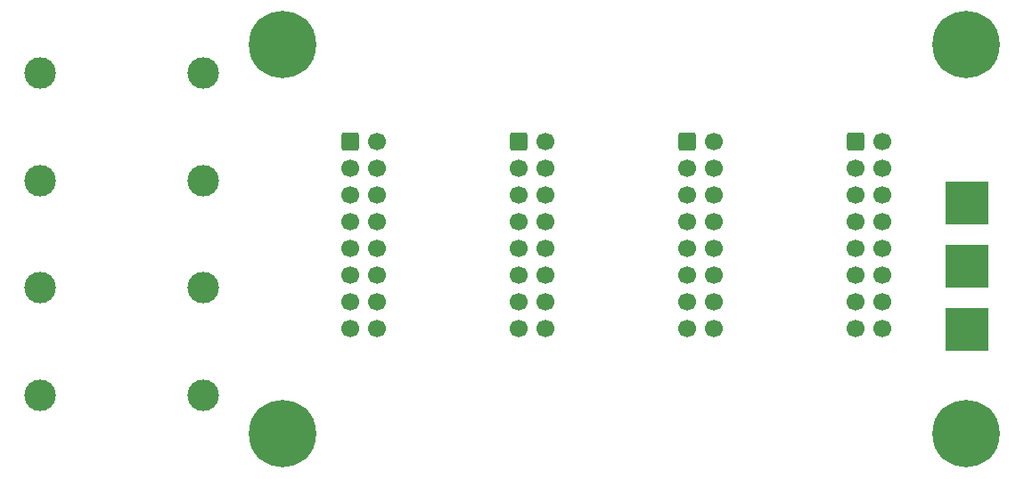
<source format=gts>
%TF.GenerationSoftware,KiCad,Pcbnew,9.0.7-1.fc42*%
%TF.CreationDate,2026-02-18T17:36:32+01:00*%
%TF.ProjectId,bananabus,62616e61-6e61-4627-9573-2e6b69636164,rev?*%
%TF.SameCoordinates,Original*%
%TF.FileFunction,Soldermask,Top*%
%TF.FilePolarity,Negative*%
%FSLAX46Y46*%
G04 Gerber Fmt 4.6, Leading zero omitted, Abs format (unit mm)*
G04 Created by KiCad (PCBNEW 9.0.7-1.fc42) date 2026-02-18 17:36:32*
%MOMM*%
%LPD*%
G01*
G04 APERTURE LIST*
G04 Aperture macros list*
%AMRoundRect*
0 Rectangle with rounded corners*
0 $1 Rounding radius*
0 $2 $3 $4 $5 $6 $7 $8 $9 X,Y pos of 4 corners*
0 Add a 4 corners polygon primitive as box body*
4,1,4,$2,$3,$4,$5,$6,$7,$8,$9,$2,$3,0*
0 Add four circle primitives for the rounded corners*
1,1,$1+$1,$2,$3*
1,1,$1+$1,$4,$5*
1,1,$1+$1,$6,$7*
1,1,$1+$1,$8,$9*
0 Add four rect primitives between the rounded corners*
20,1,$1+$1,$2,$3,$4,$5,0*
20,1,$1+$1,$4,$5,$6,$7,0*
20,1,$1+$1,$6,$7,$8,$9,0*
20,1,$1+$1,$8,$9,$2,$3,0*%
G04 Aperture macros list end*
%ADD10C,0.100000*%
%ADD11C,3.000000*%
%ADD12RoundRect,0.250000X-0.600000X-0.600000X0.600000X-0.600000X0.600000X0.600000X-0.600000X0.600000X0*%
%ADD13C,1.700000*%
%ADD14C,6.400000*%
G04 APERTURE END LIST*
D10*
X190000000Y-85000000D02*
X194000000Y-85000000D01*
X194000000Y-89000000D01*
X190000000Y-89000000D01*
X190000000Y-85000000D01*
G36*
X190000000Y-85000000D02*
G01*
X194000000Y-85000000D01*
X194000000Y-89000000D01*
X190000000Y-89000000D01*
X190000000Y-85000000D01*
G37*
X190000000Y-79000000D02*
X194000000Y-79000000D01*
X194000000Y-83000000D01*
X190000000Y-83000000D01*
X190000000Y-79000000D01*
G36*
X190000000Y-79000000D02*
G01*
X194000000Y-79000000D01*
X194000000Y-83000000D01*
X190000000Y-83000000D01*
X190000000Y-79000000D01*
G37*
X190000000Y-73000000D02*
X194000000Y-73000000D01*
X194000000Y-77000000D01*
X190000000Y-77000000D01*
X190000000Y-73000000D01*
G36*
X190000000Y-73000000D02*
G01*
X194000000Y-73000000D01*
X194000000Y-77000000D01*
X190000000Y-77000000D01*
X190000000Y-73000000D01*
G37*
D11*
%TO.C,J7*%
X104000000Y-72900000D03*
X119500000Y-72900000D03*
%TD*%
%TO.C,J8*%
X119500000Y-93300000D03*
X104000000Y-93300000D03*
%TD*%
D12*
%TO.C,J3*%
X165460000Y-69220000D03*
D13*
X168000000Y-69220000D03*
X165460000Y-71760000D03*
X168000000Y-71760000D03*
X165460000Y-74300000D03*
X168000000Y-74300000D03*
X165460000Y-76840000D03*
X168000000Y-76840000D03*
X165460000Y-79380000D03*
X168000000Y-79380000D03*
X165460000Y-81920000D03*
X168000000Y-81920000D03*
X165460000Y-84460000D03*
X168000000Y-84460000D03*
X165460000Y-87000000D03*
X168000000Y-87000000D03*
%TD*%
D14*
%TO.C,H1*%
X192000000Y-60000000D03*
%TD*%
%TO.C,H4*%
X127000000Y-97000000D03*
%TD*%
D12*
%TO.C,J1*%
X133460000Y-69220000D03*
D13*
X136000000Y-69220000D03*
X133460000Y-71760000D03*
X136000000Y-71760000D03*
X133460000Y-74300000D03*
X136000000Y-74300000D03*
X133460000Y-76840000D03*
X136000000Y-76840000D03*
X133460000Y-79380000D03*
X136000000Y-79380000D03*
X133460000Y-81920000D03*
X136000000Y-81920000D03*
X133460000Y-84460000D03*
X136000000Y-84460000D03*
X133460000Y-87000000D03*
X136000000Y-87000000D03*
%TD*%
D14*
%TO.C,H2*%
X192000000Y-97000000D03*
%TD*%
D11*
%TO.C,J6*%
X119500000Y-83100000D03*
X104000000Y-83100000D03*
%TD*%
%TO.C,J5*%
X119500000Y-62700000D03*
X104000000Y-62700000D03*
%TD*%
D12*
%TO.C,J4*%
X181460000Y-69220000D03*
D13*
X184000000Y-69220000D03*
X181460000Y-71760000D03*
X184000000Y-71760000D03*
X181460000Y-74300000D03*
X184000000Y-74300000D03*
X181460000Y-76840000D03*
X184000000Y-76840000D03*
X181460000Y-79380000D03*
X184000000Y-79380000D03*
X181460000Y-81920000D03*
X184000000Y-81920000D03*
X181460000Y-84460000D03*
X184000000Y-84460000D03*
X181460000Y-87000000D03*
X184000000Y-87000000D03*
%TD*%
D12*
%TO.C,J2*%
X149460000Y-69220000D03*
D13*
X152000000Y-69220000D03*
X149460000Y-71760000D03*
X152000000Y-71760000D03*
X149460000Y-74300000D03*
X152000000Y-74300000D03*
X149460000Y-76840000D03*
X152000000Y-76840000D03*
X149460000Y-79380000D03*
X152000000Y-79380000D03*
X149460000Y-81920000D03*
X152000000Y-81920000D03*
X149460000Y-84460000D03*
X152000000Y-84460000D03*
X149460000Y-87000000D03*
X152000000Y-87000000D03*
%TD*%
D14*
%TO.C,H3*%
X127000000Y-60000000D03*
%TD*%
M02*

</source>
